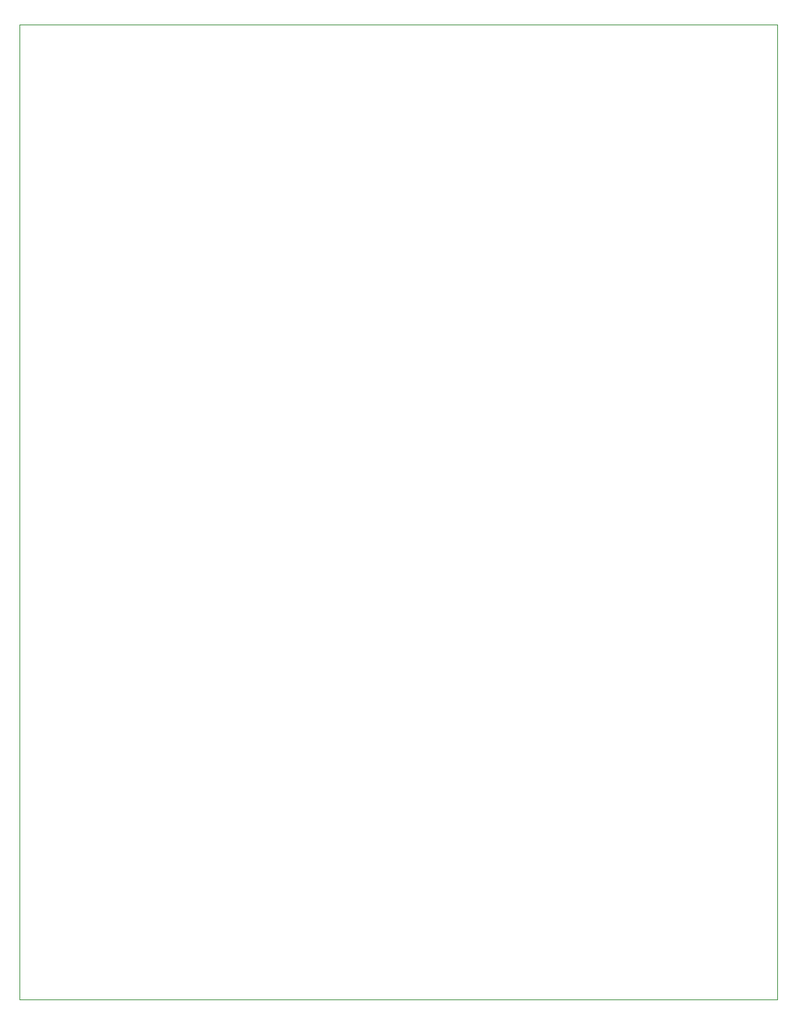
<source format=gbr>
%TF.GenerationSoftware,KiCad,Pcbnew,(5.1.7)-1*%
%TF.CreationDate,2020-11-19T14:16:26-06:00*%
%TF.ProjectId,SLEDBoard,534c4544-426f-4617-9264-2e6b69636164,v01*%
%TF.SameCoordinates,Original*%
%TF.FileFunction,Profile,NP*%
%FSLAX46Y46*%
G04 Gerber Fmt 4.6, Leading zero omitted, Abs format (unit mm)*
G04 Created by KiCad (PCBNEW (5.1.7)-1) date 2020-11-19 14:16:26*
%MOMM*%
%LPD*%
G01*
G04 APERTURE LIST*
%TA.AperFunction,Profile*%
%ADD10C,0.050000*%
%TD*%
G04 APERTURE END LIST*
D10*
X114300000Y-177800000D02*
X25400000Y-177800000D01*
X114300000Y-63500000D02*
X25400000Y-63500000D01*
X114300000Y-63500000D02*
X114300000Y-177800000D01*
X25400000Y-63500000D02*
X25400000Y-177800000D01*
M02*

</source>
